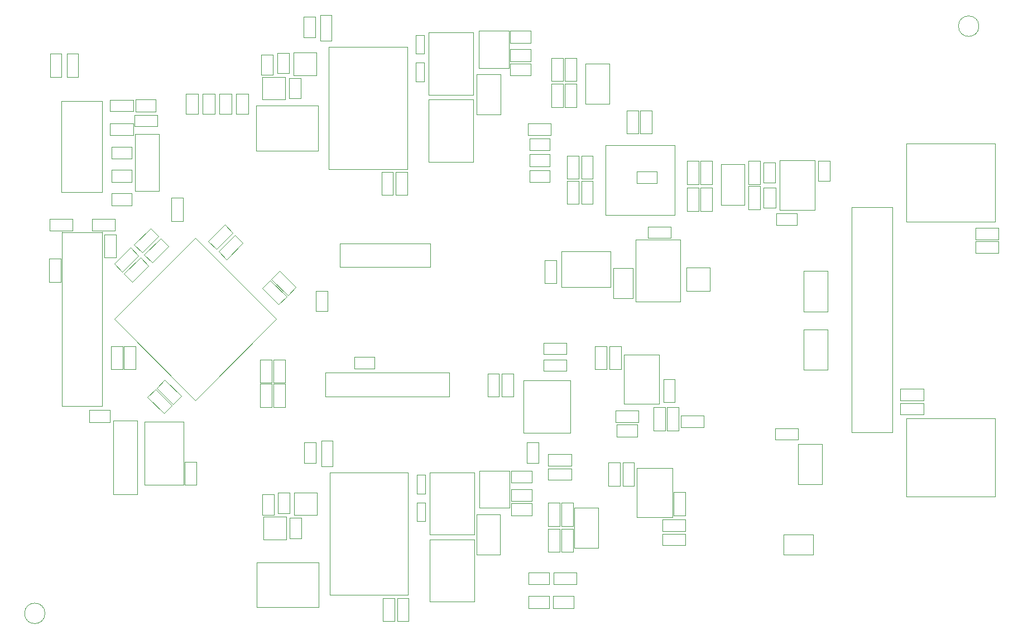
<source format=gbr>
G04 #@! TF.FileFunction,Other,User*
%FSLAX46Y46*%
G04 Gerber Fmt 4.6, Leading zero omitted, Abs format (unit mm)*
G04 Created by KiCad (PCBNEW no-vcs-found-product) date Mon Sep  4 09:08:35 2017*
%MOMM*%
%LPD*%
G01*
G04 APERTURE LIST*
%ADD10C,0.150000*%
%ADD11C,0.050000*%
G04 APERTURE END LIST*
D10*
D11*
X35448000Y-63362000D02*
X35448000Y-89778000D01*
X41544000Y-89778000D02*
X41544000Y-63362000D01*
X35476000Y-63390000D02*
X41526000Y-63390000D01*
X35476000Y-89770000D02*
X41526000Y-89770000D01*
X106000000Y-98360000D02*
X106000000Y-95260000D01*
X106000000Y-98360000D02*
X107800000Y-98360000D01*
X107800000Y-95260000D02*
X106000000Y-95260000D01*
X107800000Y-95260000D02*
X107800000Y-98360000D01*
X128440000Y-50249000D02*
X117940000Y-50249000D01*
X128440000Y-60749000D02*
X117940000Y-60749000D01*
X128440000Y-50249000D02*
X128440000Y-60749000D01*
X117940000Y-50249000D02*
X117940000Y-60749000D01*
X112566800Y-85889800D02*
X105466800Y-85889800D01*
X112566800Y-93789800D02*
X105466800Y-93789800D01*
X112566800Y-85889800D02*
X112566800Y-93789800D01*
X105466800Y-85889800D02*
X105466800Y-93789800D01*
X103606000Y-102351000D02*
X106706000Y-102351000D01*
X103606000Y-102351000D02*
X103606000Y-104151000D01*
X106706000Y-104151000D02*
X106706000Y-102351000D01*
X106706000Y-104151000D02*
X103606000Y-104151000D01*
X109330000Y-120370000D02*
X106230000Y-120370000D01*
X109330000Y-120370000D02*
X109330000Y-118570000D01*
X106230000Y-118570000D02*
X106230000Y-120370000D01*
X106230000Y-118570000D02*
X109330000Y-118570000D01*
X91215000Y-109221000D02*
X91215000Y-99821000D01*
X91215000Y-109221000D02*
X98015000Y-109221000D01*
X98015000Y-99821000D02*
X91215000Y-99821000D01*
X98015000Y-99821000D02*
X98015000Y-109221000D01*
X98015000Y-109981000D02*
X98015000Y-119381000D01*
X98015000Y-109981000D02*
X91215000Y-109981000D01*
X91215000Y-119381000D02*
X98015000Y-119381000D01*
X91215000Y-119381000D02*
X91215000Y-109981000D01*
X87992000Y-118393000D02*
X87992000Y-99793000D01*
X76092000Y-118393000D02*
X76092000Y-99793000D01*
X87992000Y-118393000D02*
X76092000Y-118393000D01*
X87992000Y-99793000D02*
X76092000Y-99793000D01*
X98792000Y-105162000D02*
X103392000Y-105162000D01*
X98792000Y-99562000D02*
X103392000Y-99562000D01*
X98792000Y-105162000D02*
X98792000Y-99562000D01*
X103392000Y-105162000D02*
X103392000Y-99562000D01*
X103606000Y-99557000D02*
X106706000Y-99557000D01*
X103606000Y-99557000D02*
X103606000Y-101357000D01*
X106706000Y-101357000D02*
X106706000Y-99557000D01*
X106706000Y-101357000D02*
X103606000Y-101357000D01*
X106706000Y-106310000D02*
X103606000Y-106310000D01*
X106706000Y-106310000D02*
X106706000Y-104510000D01*
X103606000Y-104510000D02*
X103606000Y-106310000D01*
X103606000Y-104510000D02*
X106706000Y-104510000D01*
X109330000Y-116770000D02*
X106230000Y-116770000D01*
X109330000Y-116770000D02*
X109330000Y-114970000D01*
X106230000Y-114970000D02*
X106230000Y-116770000D01*
X106230000Y-114970000D02*
X109330000Y-114970000D01*
X113060000Y-120370000D02*
X109960000Y-120370000D01*
X113060000Y-120370000D02*
X113060000Y-118570000D01*
X109960000Y-118570000D02*
X109960000Y-120370000D01*
X109960000Y-118570000D02*
X113060000Y-118570000D01*
X70004100Y-109795400D02*
X70004100Y-106695400D01*
X70004100Y-109795400D02*
X71804100Y-109795400D01*
X71804100Y-106695400D02*
X70004100Y-106695400D01*
X71804100Y-106695400D02*
X71804100Y-109795400D01*
X65813100Y-106239400D02*
X65813100Y-103139400D01*
X65813100Y-106239400D02*
X67613100Y-106239400D01*
X67613100Y-103139400D02*
X65813100Y-103139400D01*
X67613100Y-103139400D02*
X67613100Y-106239400D01*
X70026100Y-102885400D02*
X70026100Y-105985400D01*
X70026100Y-102885400D02*
X68226100Y-102885400D01*
X68226100Y-105985400D02*
X70026100Y-105985400D01*
X68226100Y-105985400D02*
X68226100Y-102885400D01*
X74178100Y-102862400D02*
X74178100Y-106262400D01*
X74178100Y-106262400D02*
X70678100Y-106262400D01*
X70678100Y-106262400D02*
X70678100Y-102862400D01*
X70678100Y-102862400D02*
X74178100Y-102862400D01*
X69479100Y-106545400D02*
X69479100Y-109945400D01*
X69479100Y-109945400D02*
X65979100Y-109945400D01*
X65979100Y-109945400D02*
X65979100Y-106545400D01*
X65979100Y-106545400D02*
X69479100Y-106545400D01*
X116800000Y-111270000D02*
X116800000Y-105120000D01*
X116800000Y-105120000D02*
X113200000Y-105120000D01*
X113200000Y-105120000D02*
X113200000Y-111270000D01*
X113200000Y-111270000D02*
X116800000Y-111270000D01*
X101940000Y-112300000D02*
X101940000Y-106150000D01*
X101940000Y-106150000D02*
X98340000Y-106150000D01*
X98340000Y-106150000D02*
X98340000Y-112300000D01*
X98340000Y-112300000D02*
X101940000Y-112300000D01*
X113000000Y-104430000D02*
X113000000Y-107930000D01*
X113000000Y-104430000D02*
X111250000Y-104430000D01*
X111250000Y-107930000D02*
X113000000Y-107930000D01*
X111250000Y-107930000D02*
X111250000Y-104430000D01*
X110970000Y-104420000D02*
X110970000Y-107920000D01*
X110970000Y-104420000D02*
X109220000Y-104420000D01*
X109220000Y-107920000D02*
X110970000Y-107920000D01*
X109220000Y-107920000D02*
X109220000Y-104420000D01*
X109210000Y-111860000D02*
X109210000Y-108360000D01*
X109210000Y-111860000D02*
X110960000Y-111860000D01*
X110960000Y-108360000D02*
X109210000Y-108360000D01*
X110960000Y-108360000D02*
X110960000Y-111860000D01*
X86305500Y-122336500D02*
X86305500Y-118836500D01*
X86305500Y-122336500D02*
X88055500Y-122336500D01*
X88055500Y-118836500D02*
X86305500Y-118836500D01*
X88055500Y-118836500D02*
X88055500Y-122336500D01*
X84146500Y-122336500D02*
X84146500Y-118836500D01*
X84146500Y-122336500D02*
X85896500Y-122336500D01*
X85896500Y-118836500D02*
X84146500Y-118836500D01*
X85896500Y-118836500D02*
X85896500Y-122336500D01*
X111240000Y-111860000D02*
X111240000Y-108360000D01*
X111240000Y-111860000D02*
X112990000Y-111860000D01*
X112990000Y-108360000D02*
X111240000Y-108360000D01*
X112990000Y-108360000D02*
X112990000Y-111860000D01*
X74423000Y-120240000D02*
X65023000Y-120240000D01*
X74423000Y-120240000D02*
X74423000Y-113440000D01*
X65023000Y-113440000D02*
X65023000Y-120240000D01*
X65023000Y-113440000D02*
X74423000Y-113440000D01*
X55696000Y-64266342D02*
X43392342Y-76570000D01*
X67999658Y-76570000D02*
X55696000Y-88873658D01*
X55696000Y-64266342D02*
X67999658Y-76570000D01*
X43392342Y-76570000D02*
X55696000Y-88873658D01*
X74296000Y-51025000D02*
X64896000Y-51025000D01*
X74296000Y-51025000D02*
X74296000Y-44225000D01*
X64896000Y-44225000D02*
X64896000Y-51025000D01*
X64896000Y-44225000D02*
X74296000Y-44225000D01*
X36200000Y-39860000D02*
X36200000Y-36360000D01*
X36200000Y-39860000D02*
X37950000Y-39860000D01*
X37950000Y-36360000D02*
X36200000Y-36360000D01*
X37950000Y-36360000D02*
X37950000Y-39860000D01*
X33650000Y-39860000D02*
X33650000Y-36360000D01*
X33650000Y-39860000D02*
X35400000Y-39860000D01*
X35400000Y-36360000D02*
X33650000Y-36360000D01*
X35400000Y-36360000D02*
X35400000Y-39860000D01*
X42770000Y-43330000D02*
X46270000Y-43330000D01*
X42770000Y-43330000D02*
X42770000Y-45080000D01*
X46270000Y-45080000D02*
X46270000Y-43330000D01*
X46270000Y-45080000D02*
X42770000Y-45080000D01*
X42770000Y-46900000D02*
X46270000Y-46900000D01*
X42770000Y-46900000D02*
X42770000Y-48650000D01*
X46270000Y-48650000D02*
X46270000Y-46900000D01*
X46270000Y-48650000D02*
X42770000Y-48650000D01*
X52080000Y-61690000D02*
X52080000Y-58190000D01*
X52080000Y-61690000D02*
X53830000Y-61690000D01*
X53830000Y-58190000D02*
X52080000Y-58190000D01*
X53830000Y-58190000D02*
X53830000Y-61690000D01*
X55871000Y-98199000D02*
X55871000Y-101699000D01*
X55871000Y-98199000D02*
X54121000Y-98199000D01*
X54121000Y-101699000D02*
X55871000Y-101699000D01*
X54121000Y-101699000D02*
X54121000Y-98199000D01*
X50119691Y-64027817D02*
X47644817Y-66502691D01*
X50119691Y-64027817D02*
X48882254Y-62790380D01*
X46407380Y-65265254D02*
X47644817Y-66502691D01*
X46407380Y-65265254D02*
X48882254Y-62790380D01*
X51643691Y-65551817D02*
X49168817Y-68026691D01*
X51643691Y-65551817D02*
X50406254Y-64314380D01*
X47931380Y-66789254D02*
X49168817Y-68026691D01*
X47931380Y-66789254D02*
X50406254Y-64314380D01*
X44695000Y-80673000D02*
X44695000Y-84173000D01*
X44695000Y-80673000D02*
X42945000Y-80673000D01*
X42945000Y-84173000D02*
X44695000Y-84173000D01*
X42945000Y-84173000D02*
X42945000Y-80673000D01*
X46600000Y-80673000D02*
X46600000Y-84173000D01*
X46600000Y-80673000D02*
X44850000Y-80673000D01*
X44850000Y-84173000D02*
X46600000Y-84173000D01*
X44850000Y-84173000D02*
X44850000Y-80673000D01*
X49676817Y-87167309D02*
X52151691Y-89642183D01*
X49676817Y-87167309D02*
X48439380Y-88404746D01*
X50914254Y-90879620D02*
X52151691Y-89642183D01*
X50914254Y-90879620D02*
X48439380Y-88404746D01*
X51073817Y-85770309D02*
X53548691Y-88245183D01*
X51073817Y-85770309D02*
X49836380Y-87007746D01*
X52311254Y-89482620D02*
X53548691Y-88245183D01*
X52311254Y-89482620D02*
X49836380Y-87007746D01*
X43640000Y-63740000D02*
X43640000Y-67240000D01*
X43640000Y-63740000D02*
X41890000Y-63740000D01*
X41890000Y-67240000D02*
X43640000Y-67240000D01*
X41890000Y-67240000D02*
X41890000Y-63740000D01*
X43510000Y-63160000D02*
X40010000Y-63160000D01*
X43510000Y-63160000D02*
X43510000Y-61410000D01*
X40010000Y-61410000D02*
X40010000Y-63160000D01*
X40010000Y-61410000D02*
X43510000Y-61410000D01*
X65541000Y-89888000D02*
X65541000Y-86388000D01*
X65541000Y-89888000D02*
X67291000Y-89888000D01*
X67291000Y-86388000D02*
X65541000Y-86388000D01*
X67291000Y-86388000D02*
X67291000Y-89888000D01*
X67573000Y-89888000D02*
X67573000Y-86388000D01*
X67573000Y-89888000D02*
X69323000Y-89888000D01*
X69323000Y-86388000D02*
X67573000Y-86388000D01*
X69323000Y-86388000D02*
X69323000Y-89888000D01*
X67075817Y-70657309D02*
X69550691Y-73132183D01*
X67075817Y-70657309D02*
X65838380Y-71894746D01*
X68313254Y-74369620D02*
X69550691Y-73132183D01*
X68313254Y-74369620D02*
X65838380Y-71894746D01*
X68472817Y-69260309D02*
X70947691Y-71735183D01*
X68472817Y-69260309D02*
X67235380Y-70497746D01*
X69710254Y-72972620D02*
X70947691Y-71735183D01*
X69710254Y-72972620D02*
X67235380Y-70497746D01*
X57680309Y-64745183D02*
X60155183Y-62270309D01*
X57680309Y-64745183D02*
X58917746Y-65982620D01*
X61392620Y-63507746D02*
X60155183Y-62270309D01*
X61392620Y-63507746D02*
X58917746Y-65982620D01*
X59210309Y-66285183D02*
X61685183Y-63810309D01*
X59210309Y-66285183D02*
X60447746Y-67522620D01*
X62922620Y-65047746D02*
X61685183Y-63810309D01*
X62922620Y-65047746D02*
X60447746Y-67522620D01*
X35250000Y-67420000D02*
X35250000Y-70920000D01*
X35250000Y-67420000D02*
X33500000Y-67420000D01*
X33500000Y-70920000D02*
X35250000Y-70920000D01*
X33500000Y-70920000D02*
X33500000Y-67420000D01*
X33590000Y-61400000D02*
X37090000Y-61400000D01*
X33590000Y-61400000D02*
X33590000Y-63150000D01*
X37090000Y-63150000D02*
X37090000Y-61400000D01*
X37090000Y-63150000D02*
X33590000Y-63150000D01*
X47089691Y-66954817D02*
X44614817Y-69429691D01*
X47089691Y-66954817D02*
X45852254Y-65717380D01*
X43377380Y-68192254D02*
X44614817Y-69429691D01*
X43377380Y-68192254D02*
X45852254Y-65717380D01*
X48595691Y-68472817D02*
X46120817Y-70947691D01*
X48595691Y-68472817D02*
X47358254Y-67235380D01*
X44883380Y-69710254D02*
X46120817Y-70947691D01*
X44883380Y-69710254D02*
X47358254Y-67235380D01*
X65541000Y-86205000D02*
X65541000Y-82705000D01*
X65541000Y-86205000D02*
X67291000Y-86205000D01*
X67291000Y-82705000D02*
X65541000Y-82705000D01*
X67291000Y-82705000D02*
X67291000Y-86205000D01*
X67573000Y-86205000D02*
X67573000Y-82705000D01*
X67573000Y-86205000D02*
X69323000Y-86205000D01*
X69323000Y-82705000D02*
X67573000Y-82705000D01*
X69323000Y-82705000D02*
X69323000Y-86205000D01*
X129314000Y-91195000D02*
X132814000Y-91195000D01*
X129314000Y-91195000D02*
X129314000Y-92945000D01*
X132814000Y-92945000D02*
X132814000Y-91195000D01*
X132814000Y-92945000D02*
X129314000Y-92945000D01*
X108486000Y-80146000D02*
X111986000Y-80146000D01*
X108486000Y-80146000D02*
X108486000Y-81896000D01*
X111986000Y-81896000D02*
X111986000Y-80146000D01*
X111986000Y-81896000D02*
X108486000Y-81896000D01*
X108486000Y-82686000D02*
X111986000Y-82686000D01*
X108486000Y-82686000D02*
X108486000Y-84436000D01*
X111986000Y-84436000D02*
X111986000Y-82686000D01*
X111986000Y-84436000D02*
X108486000Y-84436000D01*
X122908000Y-92193000D02*
X119408000Y-92193000D01*
X122908000Y-92193000D02*
X122908000Y-90443000D01*
X119408000Y-90443000D02*
X119408000Y-92193000D01*
X119408000Y-90443000D02*
X122908000Y-90443000D01*
X143665000Y-93100000D02*
X147165000Y-93100000D01*
X143665000Y-93100000D02*
X143665000Y-94850000D01*
X147165000Y-94850000D02*
X147165000Y-93100000D01*
X147165000Y-94850000D02*
X143665000Y-94850000D01*
X112740000Y-98770000D02*
X109240000Y-98770000D01*
X112740000Y-98770000D02*
X112740000Y-97020000D01*
X109240000Y-97020000D02*
X109240000Y-98770000D01*
X109240000Y-97020000D02*
X112740000Y-97020000D01*
X126520000Y-106943000D02*
X130020000Y-106943000D01*
X126520000Y-106943000D02*
X126520000Y-108693000D01*
X130020000Y-108693000D02*
X130020000Y-106943000D01*
X130020000Y-108693000D02*
X126520000Y-108693000D01*
X120532000Y-101826000D02*
X120532000Y-98326000D01*
X120532000Y-101826000D02*
X122282000Y-101826000D01*
X122282000Y-98326000D02*
X120532000Y-98326000D01*
X122282000Y-98326000D02*
X122282000Y-101826000D01*
X126520000Y-109102000D02*
X130020000Y-109102000D01*
X126520000Y-109102000D02*
X126520000Y-110852000D01*
X130020000Y-110852000D02*
X130020000Y-109102000D01*
X130020000Y-110852000D02*
X126520000Y-110852000D01*
X118373000Y-101826000D02*
X118373000Y-98326000D01*
X118373000Y-101826000D02*
X120123000Y-101826000D01*
X120123000Y-98326000D02*
X118373000Y-98326000D01*
X120123000Y-98326000D02*
X120123000Y-101826000D01*
X120260000Y-80673000D02*
X120260000Y-84173000D01*
X120260000Y-80673000D02*
X118510000Y-80673000D01*
X118510000Y-84173000D02*
X120260000Y-84173000D01*
X118510000Y-84173000D02*
X118510000Y-80673000D01*
X125231000Y-93444000D02*
X125231000Y-89944000D01*
X125231000Y-93444000D02*
X126981000Y-93444000D01*
X126981000Y-89944000D02*
X125231000Y-89944000D01*
X126981000Y-89944000D02*
X126981000Y-93444000D01*
X118101000Y-80673000D02*
X118101000Y-84173000D01*
X118101000Y-80673000D02*
X116351000Y-80673000D01*
X116351000Y-84173000D02*
X118101000Y-84173000D01*
X116351000Y-84173000D02*
X116351000Y-80673000D01*
X127263000Y-93444000D02*
X127263000Y-89944000D01*
X127263000Y-93444000D02*
X129013000Y-93444000D01*
X129013000Y-89944000D02*
X127263000Y-89944000D01*
X129013000Y-89944000D02*
X129013000Y-93444000D01*
X128270000Y-106320000D02*
X128270000Y-102820000D01*
X128270000Y-106320000D02*
X130020000Y-106320000D01*
X130020000Y-102820000D02*
X128270000Y-102820000D01*
X130020000Y-102820000D02*
X130020000Y-106320000D01*
X128451500Y-85689500D02*
X128451500Y-89189500D01*
X128451500Y-85689500D02*
X126701500Y-85689500D01*
X126701500Y-89189500D02*
X128451500Y-89189500D01*
X126701500Y-89189500D02*
X126701500Y-85689500D01*
X110481000Y-67620000D02*
X110481000Y-71120000D01*
X110481000Y-67620000D02*
X108731000Y-67620000D01*
X108731000Y-71120000D02*
X110481000Y-71120000D01*
X108731000Y-71120000D02*
X108731000Y-67620000D01*
X113529000Y-40922000D02*
X113529000Y-44422000D01*
X113529000Y-40922000D02*
X111779000Y-40922000D01*
X111779000Y-44422000D02*
X113529000Y-44422000D01*
X111779000Y-44422000D02*
X111779000Y-40922000D01*
X86115000Y-57757000D02*
X86115000Y-54257000D01*
X86115000Y-57757000D02*
X87865000Y-57757000D01*
X87865000Y-54257000D02*
X86115000Y-54257000D01*
X87865000Y-54257000D02*
X87865000Y-57757000D01*
X83956000Y-57757000D02*
X83956000Y-54257000D01*
X83956000Y-57757000D02*
X85706000Y-57757000D01*
X85706000Y-54257000D02*
X83956000Y-54257000D01*
X85706000Y-54257000D02*
X85706000Y-57757000D01*
X111497000Y-40922000D02*
X111497000Y-44422000D01*
X111497000Y-40922000D02*
X109747000Y-40922000D01*
X109747000Y-44422000D02*
X111497000Y-44422000D01*
X109747000Y-44422000D02*
X109747000Y-40922000D01*
X122080000Y-68870000D02*
X122080000Y-73370000D01*
X122080000Y-68870000D02*
X119080000Y-68870000D01*
X119080000Y-73370000D02*
X122080000Y-73370000D01*
X119080000Y-73370000D02*
X119080000Y-68870000D01*
X109750000Y-40490000D02*
X109750000Y-36990000D01*
X109750000Y-40490000D02*
X111500000Y-40490000D01*
X111500000Y-36990000D02*
X109750000Y-36990000D01*
X111500000Y-36990000D02*
X111500000Y-40490000D01*
X111770000Y-40490000D02*
X111770000Y-36990000D01*
X111770000Y-40490000D02*
X113520000Y-40490000D01*
X113520000Y-36990000D02*
X111770000Y-36990000D01*
X113520000Y-36990000D02*
X113520000Y-40490000D01*
X141342000Y-52606000D02*
X141342000Y-56106000D01*
X141342000Y-52606000D02*
X139592000Y-52606000D01*
X139592000Y-56106000D02*
X141342000Y-56106000D01*
X139592000Y-56106000D02*
X139592000Y-52606000D01*
X141342000Y-56416000D02*
X141342000Y-59916000D01*
X141342000Y-56416000D02*
X139592000Y-56416000D01*
X139592000Y-59916000D02*
X141342000Y-59916000D01*
X139592000Y-59916000D02*
X139592000Y-56416000D01*
X124959000Y-44922500D02*
X124959000Y-48422500D01*
X124959000Y-44922500D02*
X123209000Y-44922500D01*
X123209000Y-48422500D02*
X124959000Y-48422500D01*
X123209000Y-48422500D02*
X123209000Y-44922500D01*
X122927000Y-44922500D02*
X122927000Y-48422500D01*
X122927000Y-44922500D02*
X121177000Y-44922500D01*
X121177000Y-48422500D02*
X122927000Y-48422500D01*
X121177000Y-48422500D02*
X121177000Y-44922500D01*
X132071000Y-56670000D02*
X132071000Y-60170000D01*
X132071000Y-56670000D02*
X130321000Y-56670000D01*
X130321000Y-60170000D02*
X132071000Y-60170000D01*
X130321000Y-60170000D02*
X130321000Y-56670000D01*
X134103000Y-52606000D02*
X134103000Y-56106000D01*
X134103000Y-52606000D02*
X132353000Y-52606000D01*
X132353000Y-56106000D02*
X134103000Y-56106000D01*
X132353000Y-56106000D02*
X132353000Y-52606000D01*
X134103000Y-56670000D02*
X134103000Y-60170000D01*
X134103000Y-56670000D02*
X132353000Y-56670000D01*
X132353000Y-60170000D02*
X134103000Y-60170000D01*
X132353000Y-60170000D02*
X132353000Y-56670000D01*
X132071000Y-52606000D02*
X132071000Y-56106000D01*
X132071000Y-52606000D02*
X130321000Y-52606000D01*
X130321000Y-56106000D02*
X132071000Y-56106000D01*
X130321000Y-56106000D02*
X130321000Y-52606000D01*
X113846500Y-51780500D02*
X113846500Y-55280500D01*
X113846500Y-51780500D02*
X112096500Y-51780500D01*
X112096500Y-55280500D02*
X113846500Y-55280500D01*
X112096500Y-55280500D02*
X112096500Y-51780500D01*
X116005500Y-51780500D02*
X116005500Y-55280500D01*
X116005500Y-51780500D02*
X114255500Y-51780500D01*
X114255500Y-55280500D02*
X116005500Y-55280500D01*
X114255500Y-55280500D02*
X114255500Y-51780500D01*
X113846500Y-55590500D02*
X113846500Y-59090500D01*
X113846500Y-55590500D02*
X112096500Y-55590500D01*
X112096500Y-59090500D02*
X113846500Y-59090500D01*
X112096500Y-59090500D02*
X112096500Y-55590500D01*
X116005500Y-55590500D02*
X116005500Y-59090500D01*
X116005500Y-55590500D02*
X114255500Y-55590500D01*
X114255500Y-59090500D02*
X116005500Y-59090500D01*
X114255500Y-59090500D02*
X114255500Y-55590500D01*
X122470000Y-73940000D02*
X122470000Y-64540000D01*
X122470000Y-73940000D02*
X129270000Y-73940000D01*
X129270000Y-64540000D02*
X122470000Y-64540000D01*
X129270000Y-64540000D02*
X129270000Y-73940000D01*
X124360000Y-62530000D02*
X127860000Y-62530000D01*
X124360000Y-62530000D02*
X124360000Y-64280000D01*
X127860000Y-64280000D02*
X127860000Y-62530000D01*
X127860000Y-64280000D02*
X124360000Y-64280000D01*
X177556100Y-64519700D02*
X174056100Y-64519700D01*
X177556100Y-64519700D02*
X177556100Y-62769700D01*
X174056100Y-62769700D02*
X174056100Y-64519700D01*
X174056100Y-62769700D02*
X177556100Y-62769700D01*
X177518000Y-66539000D02*
X174018000Y-66539000D01*
X177518000Y-66539000D02*
X177518000Y-64789000D01*
X174018000Y-64789000D02*
X174018000Y-66539000D01*
X174018000Y-64789000D02*
X177518000Y-64789000D01*
X162660000Y-89300000D02*
X166160000Y-89300000D01*
X162660000Y-89300000D02*
X162660000Y-91050000D01*
X166160000Y-91050000D02*
X166160000Y-89300000D01*
X166160000Y-91050000D02*
X162660000Y-91050000D01*
X162660000Y-87130000D02*
X166160000Y-87130000D01*
X162660000Y-87130000D02*
X162660000Y-88880000D01*
X166160000Y-88880000D02*
X166160000Y-87130000D01*
X166160000Y-88880000D02*
X162660000Y-88880000D01*
X41540000Y-57310000D02*
X41540000Y-43560000D01*
X41540000Y-43560000D02*
X35390000Y-43560000D01*
X35390000Y-43560000D02*
X35390000Y-57310000D01*
X35390000Y-57310000D02*
X41540000Y-57310000D01*
X46885000Y-103146000D02*
X46885000Y-91946000D01*
X46885000Y-91946000D02*
X43285000Y-91946000D01*
X43285000Y-91946000D02*
X43285000Y-103146000D01*
X43285000Y-103146000D02*
X46885000Y-103146000D01*
X46560000Y-48490000D02*
X46560000Y-57140000D01*
X46560000Y-57140000D02*
X50160000Y-57140000D01*
X50160000Y-57140000D02*
X50160000Y-48490000D01*
X50160000Y-48490000D02*
X46560000Y-48490000D01*
X148000000Y-78120000D02*
X148000000Y-84270000D01*
X148000000Y-84270000D02*
X151600000Y-84270000D01*
X151600000Y-84270000D02*
X151600000Y-78120000D01*
X151600000Y-78120000D02*
X148000000Y-78120000D01*
X94256000Y-84687000D02*
X75406000Y-84687000D01*
X75406000Y-84687000D02*
X75406000Y-88287000D01*
X75406000Y-88287000D02*
X94256000Y-88287000D01*
X94256000Y-88287000D02*
X94256000Y-84687000D01*
X147171000Y-95482000D02*
X147171000Y-101632000D01*
X147171000Y-101632000D02*
X150771000Y-101632000D01*
X150771000Y-101632000D02*
X150771000Y-95482000D01*
X150771000Y-95482000D02*
X147171000Y-95482000D01*
X98400000Y-39420000D02*
X98400000Y-45570000D01*
X98400000Y-45570000D02*
X102000000Y-45570000D01*
X102000000Y-45570000D02*
X102000000Y-39420000D01*
X102000000Y-39420000D02*
X98400000Y-39420000D01*
X130160000Y-68720000D02*
X130160000Y-72320000D01*
X130160000Y-72320000D02*
X133760000Y-72320000D01*
X133760000Y-72320000D02*
X133760000Y-68720000D01*
X133760000Y-68720000D02*
X130160000Y-68720000D01*
X135423500Y-53127500D02*
X135423500Y-59277500D01*
X135423500Y-59277500D02*
X139023500Y-59277500D01*
X139023500Y-59277500D02*
X139023500Y-53127500D01*
X139023500Y-53127500D02*
X135423500Y-53127500D01*
X114913000Y-37824000D02*
X114913000Y-43974000D01*
X114913000Y-43974000D02*
X118513000Y-43974000D01*
X118513000Y-43974000D02*
X118513000Y-37824000D01*
X118513000Y-37824000D02*
X114913000Y-37824000D01*
X69352100Y-39870400D02*
X69352100Y-43270400D01*
X69352100Y-43270400D02*
X65852100Y-43270400D01*
X65852100Y-43270400D02*
X65852100Y-39870400D01*
X65852100Y-39870400D02*
X69352100Y-39870400D01*
X74051100Y-36187400D02*
X74051100Y-39587400D01*
X74051100Y-39587400D02*
X70551100Y-39587400D01*
X70551100Y-39587400D02*
X70551100Y-36187400D01*
X70551100Y-36187400D02*
X74051100Y-36187400D01*
X69899100Y-36210400D02*
X69899100Y-39310400D01*
X69899100Y-36210400D02*
X68099100Y-36210400D01*
X68099100Y-39310400D02*
X69899100Y-39310400D01*
X68099100Y-39310400D02*
X68099100Y-36210400D01*
X65686100Y-39564400D02*
X65686100Y-36464400D01*
X65686100Y-39564400D02*
X67486100Y-39564400D01*
X67486100Y-36464400D02*
X65686100Y-36464400D01*
X67486100Y-36464400D02*
X67486100Y-39564400D01*
X69877100Y-43120400D02*
X69877100Y-40020400D01*
X69877100Y-43120400D02*
X71677100Y-43120400D01*
X71677100Y-40020400D02*
X69877100Y-40020400D01*
X71677100Y-40020400D02*
X71677100Y-43120400D01*
X49720000Y-45100000D02*
X46620000Y-45100000D01*
X49720000Y-45100000D02*
X49720000Y-43300000D01*
X46620000Y-43300000D02*
X46620000Y-45100000D01*
X46620000Y-43300000D02*
X49720000Y-43300000D01*
X42970000Y-50420000D02*
X46070000Y-50420000D01*
X42970000Y-50420000D02*
X42970000Y-52220000D01*
X46070000Y-52220000D02*
X46070000Y-50420000D01*
X46070000Y-52220000D02*
X42970000Y-52220000D01*
X61907600Y-45492000D02*
X61907600Y-42392000D01*
X61907600Y-45492000D02*
X63707600Y-45492000D01*
X63707600Y-42392000D02*
X61907600Y-42392000D01*
X63707600Y-42392000D02*
X63707600Y-45492000D01*
X59367600Y-45492000D02*
X59367600Y-42392000D01*
X59367600Y-45492000D02*
X61167600Y-45492000D01*
X61167600Y-42392000D02*
X59367600Y-42392000D01*
X61167600Y-42392000D02*
X61167600Y-45492000D01*
X56827600Y-45492000D02*
X56827600Y-42392000D01*
X56827600Y-45492000D02*
X58627600Y-45492000D01*
X58627600Y-42392000D02*
X56827600Y-42392000D01*
X58627600Y-42392000D02*
X58627600Y-45492000D01*
X54287600Y-45492000D02*
X54287600Y-42392000D01*
X54287600Y-45492000D02*
X56087600Y-45492000D01*
X56087600Y-42392000D02*
X54287600Y-42392000D01*
X56087600Y-42392000D02*
X56087600Y-45492000D01*
X42970000Y-53970000D02*
X46070000Y-53970000D01*
X42970000Y-53970000D02*
X42970000Y-55770000D01*
X46070000Y-55770000D02*
X46070000Y-53970000D01*
X46070000Y-55770000D02*
X42970000Y-55770000D01*
X42970000Y-57530000D02*
X46070000Y-57530000D01*
X42970000Y-57530000D02*
X42970000Y-59330000D01*
X46070000Y-59330000D02*
X46070000Y-57530000D01*
X46070000Y-59330000D02*
X42970000Y-59330000D01*
X119608000Y-92572000D02*
X122708000Y-92572000D01*
X119608000Y-92572000D02*
X119608000Y-94372000D01*
X122708000Y-94372000D02*
X122708000Y-92572000D01*
X122708000Y-94372000D02*
X119608000Y-94372000D01*
X106390000Y-53990000D02*
X109490000Y-53990000D01*
X106390000Y-53990000D02*
X106390000Y-55790000D01*
X109490000Y-55790000D02*
X109490000Y-53990000D01*
X109490000Y-55790000D02*
X106390000Y-55790000D01*
X109490000Y-50990000D02*
X106390000Y-50990000D01*
X109490000Y-50990000D02*
X109490000Y-49190000D01*
X106390000Y-49190000D02*
X106390000Y-50990000D01*
X106390000Y-49190000D02*
X109490000Y-49190000D01*
X151966500Y-52552000D02*
X151966500Y-55652000D01*
X151966500Y-52552000D02*
X150166500Y-52552000D01*
X150166500Y-55652000D02*
X151966500Y-55652000D01*
X150166500Y-55652000D02*
X150166500Y-52552000D01*
X103479000Y-37835000D02*
X106579000Y-37835000D01*
X103479000Y-37835000D02*
X103479000Y-39635000D01*
X106579000Y-39635000D02*
X106579000Y-37835000D01*
X106579000Y-39635000D02*
X103479000Y-39635000D01*
X103479000Y-32882000D02*
X106579000Y-32882000D01*
X103479000Y-32882000D02*
X103479000Y-34682000D01*
X106579000Y-34682000D02*
X106579000Y-32882000D01*
X106579000Y-34682000D02*
X103479000Y-34682000D01*
X146965000Y-62304500D02*
X143865000Y-62304500D01*
X146965000Y-62304500D02*
X146965000Y-60504500D01*
X143865000Y-60504500D02*
X143865000Y-62304500D01*
X143865000Y-60504500D02*
X146965000Y-60504500D01*
X141848000Y-55906000D02*
X141848000Y-52806000D01*
X141848000Y-55906000D02*
X143648000Y-55906000D01*
X143648000Y-52806000D02*
X141848000Y-52806000D01*
X143648000Y-52806000D02*
X143648000Y-55906000D01*
X143711500Y-56616000D02*
X143711500Y-59716000D01*
X143711500Y-56616000D02*
X141911500Y-56616000D01*
X141911500Y-59716000D02*
X143711500Y-59716000D01*
X141911500Y-59716000D02*
X141911500Y-56616000D01*
X125730000Y-55950000D02*
X122630000Y-55950000D01*
X125730000Y-55950000D02*
X125730000Y-54150000D01*
X122630000Y-54150000D02*
X122630000Y-55950000D01*
X122630000Y-54150000D02*
X125730000Y-54150000D01*
X47977000Y-101651000D02*
X53877000Y-101651000D01*
X47977000Y-92151000D02*
X53877000Y-92151000D01*
X47977000Y-101651000D02*
X47977000Y-92151000D01*
X53877000Y-101651000D02*
X53877000Y-92151000D01*
X128049000Y-99140000D02*
X122649000Y-99140000D01*
X128049000Y-106600000D02*
X122649000Y-106600000D01*
X128049000Y-99140000D02*
X128049000Y-106600000D01*
X122649000Y-99140000D02*
X122649000Y-106600000D01*
X144302500Y-59991000D02*
X149702500Y-59991000D01*
X144302500Y-52531000D02*
X149702500Y-52531000D01*
X144302500Y-59991000D02*
X144302500Y-52531000D01*
X149702500Y-59991000D02*
X149702500Y-52531000D01*
X111205000Y-66289000D02*
X111205000Y-71689000D01*
X118665000Y-66289000D02*
X118665000Y-71689000D01*
X111205000Y-66289000D02*
X118665000Y-66289000D01*
X111205000Y-71689000D02*
X118665000Y-71689000D01*
X98665000Y-38487000D02*
X103265000Y-38487000D01*
X98665000Y-32887000D02*
X103265000Y-32887000D01*
X98665000Y-38487000D02*
X98665000Y-32887000D01*
X103265000Y-38487000D02*
X103265000Y-32887000D01*
X87865000Y-53877000D02*
X87865000Y-35277000D01*
X75965000Y-53877000D02*
X75965000Y-35277000D01*
X87865000Y-53877000D02*
X75965000Y-53877000D01*
X87865000Y-35277000D02*
X75965000Y-35277000D01*
X177057000Y-49930000D02*
X163557000Y-49930000D01*
X177057000Y-61830000D02*
X163557000Y-61830000D01*
X177057000Y-49930000D02*
X177057000Y-61830000D01*
X163557000Y-49930000D02*
X163557000Y-61830000D01*
X163557000Y-103486000D02*
X177057000Y-103486000D01*
X163557000Y-91586000D02*
X177057000Y-91586000D01*
X163557000Y-103486000D02*
X163557000Y-91586000D01*
X177057000Y-103486000D02*
X177057000Y-91586000D01*
X112740000Y-100960000D02*
X109240000Y-100960000D01*
X112740000Y-100960000D02*
X112740000Y-99210000D01*
X109240000Y-99210000D02*
X109240000Y-100960000D01*
X109240000Y-99210000D02*
X112740000Y-99210000D01*
X144943000Y-109244000D02*
X149443000Y-109244000D01*
X144943000Y-109244000D02*
X144943000Y-112244000D01*
X149443000Y-112244000D02*
X149443000Y-109244000D01*
X149443000Y-112244000D02*
X144943000Y-112244000D01*
X151600000Y-75400000D02*
X151600000Y-69250000D01*
X151600000Y-69250000D02*
X148000000Y-69250000D01*
X148000000Y-69250000D02*
X148000000Y-75400000D01*
X148000000Y-75400000D02*
X151600000Y-75400000D01*
X77580000Y-68690000D02*
X91330000Y-68690000D01*
X91330000Y-68690000D02*
X91330000Y-65090000D01*
X91330000Y-65090000D02*
X77580000Y-65090000D01*
X77580000Y-65090000D02*
X77580000Y-68690000D01*
X120680500Y-89391500D02*
X126080500Y-89391500D01*
X120680500Y-81931500D02*
X126080500Y-81931500D01*
X120680500Y-89391500D02*
X120680500Y-81931500D01*
X126080500Y-89391500D02*
X126080500Y-81931500D01*
X97888000Y-43306000D02*
X97888000Y-52706000D01*
X97888000Y-43306000D02*
X91088000Y-43306000D01*
X91088000Y-52706000D02*
X97888000Y-52706000D01*
X91088000Y-52706000D02*
X91088000Y-43306000D01*
X91088000Y-42546000D02*
X91088000Y-33146000D01*
X91088000Y-42546000D02*
X97888000Y-42546000D01*
X97888000Y-33146000D02*
X91088000Y-33146000D01*
X97888000Y-33146000D02*
X97888000Y-42546000D01*
X109490000Y-53400000D02*
X106390000Y-53400000D01*
X109490000Y-53400000D02*
X109490000Y-51600000D01*
X106390000Y-51600000D02*
X106390000Y-53400000D01*
X106390000Y-51600000D02*
X109490000Y-51600000D01*
X103479000Y-35676000D02*
X106579000Y-35676000D01*
X103479000Y-35676000D02*
X103479000Y-37476000D01*
X106579000Y-37476000D02*
X106579000Y-35676000D01*
X106579000Y-37476000D02*
X103479000Y-37476000D01*
X101781500Y-84800500D02*
X101781500Y-88300500D01*
X101781500Y-84800500D02*
X100031500Y-84800500D01*
X100031500Y-88300500D02*
X101781500Y-88300500D01*
X100031500Y-88300500D02*
X100031500Y-84800500D01*
X103940500Y-84800500D02*
X103940500Y-88300500D01*
X103940500Y-84800500D02*
X102190500Y-84800500D01*
X102190500Y-88300500D02*
X103940500Y-88300500D01*
X102190500Y-88300500D02*
X102190500Y-84800500D01*
X174560000Y-32160000D02*
G75*
G03X174560000Y-32160000I-1550000J0D01*
G01*
X32880000Y-121170000D02*
G75*
G03X32880000Y-121170000I-1550000J0D01*
G01*
X42740000Y-92160000D02*
X39640000Y-92160000D01*
X42740000Y-92160000D02*
X42740000Y-90360000D01*
X39640000Y-90360000D02*
X39640000Y-92160000D01*
X39640000Y-90360000D02*
X42740000Y-90360000D01*
X79810000Y-82280000D02*
X82910000Y-82280000D01*
X79810000Y-82280000D02*
X79810000Y-84080000D01*
X82910000Y-84080000D02*
X82910000Y-82280000D01*
X82910000Y-84080000D02*
X79810000Y-84080000D01*
X75800000Y-72290000D02*
X75800000Y-75390000D01*
X75800000Y-72290000D02*
X74000000Y-72290000D01*
X74000000Y-75390000D02*
X75800000Y-75390000D01*
X74000000Y-75390000D02*
X74000000Y-72290000D01*
X49930000Y-47370000D02*
X46430000Y-47370000D01*
X49930000Y-47370000D02*
X49930000Y-45620000D01*
X46430000Y-45620000D02*
X46430000Y-47370000D01*
X46430000Y-45620000D02*
X49930000Y-45620000D01*
X110010000Y-114990000D02*
X113510000Y-114990000D01*
X110010000Y-114990000D02*
X110010000Y-116740000D01*
X113510000Y-116740000D02*
X113510000Y-114990000D01*
X113510000Y-116740000D02*
X110010000Y-116740000D01*
X109660000Y-48680000D02*
X106160000Y-48680000D01*
X109660000Y-48680000D02*
X109660000Y-46930000D01*
X106160000Y-46930000D02*
X106160000Y-48680000D01*
X106160000Y-46930000D02*
X109660000Y-46930000D01*
X74690000Y-30480000D02*
X76390000Y-30480000D01*
X76390000Y-30480000D02*
X76390000Y-34380000D01*
X76390000Y-34380000D02*
X74690000Y-34380000D01*
X74690000Y-34380000D02*
X74690000Y-30480000D01*
X74810000Y-95000000D02*
X76510000Y-95000000D01*
X76510000Y-95000000D02*
X76510000Y-98900000D01*
X76510000Y-98900000D02*
X74810000Y-98900000D01*
X74810000Y-98900000D02*
X74810000Y-95000000D01*
X74010000Y-95270000D02*
X74010000Y-98370000D01*
X74010000Y-95270000D02*
X72210000Y-95270000D01*
X72210000Y-98370000D02*
X74010000Y-98370000D01*
X72210000Y-98370000D02*
X72210000Y-95270000D01*
X90566000Y-104391000D02*
X90566000Y-107191000D01*
X90566000Y-104391000D02*
X89266000Y-104391000D01*
X89266000Y-107191000D02*
X90566000Y-107191000D01*
X89266000Y-107191000D02*
X89266000Y-104391000D01*
X89266000Y-103000000D02*
X89266000Y-100200000D01*
X89266000Y-103000000D02*
X90566000Y-103000000D01*
X90566000Y-100200000D02*
X89266000Y-100200000D01*
X90566000Y-100200000D02*
X90566000Y-103000000D01*
X90439000Y-37716000D02*
X90439000Y-40516000D01*
X90439000Y-37716000D02*
X89139000Y-37716000D01*
X89139000Y-40516000D02*
X90439000Y-40516000D01*
X89139000Y-40516000D02*
X89139000Y-37716000D01*
X89139000Y-36325000D02*
X89139000Y-33525000D01*
X89139000Y-36325000D02*
X90439000Y-36325000D01*
X90439000Y-33525000D02*
X89139000Y-33525000D01*
X90439000Y-33525000D02*
X90439000Y-36325000D01*
X73890000Y-30750000D02*
X73890000Y-33850000D01*
X73890000Y-30750000D02*
X72090000Y-30750000D01*
X72090000Y-33850000D02*
X73890000Y-33850000D01*
X72090000Y-33850000D02*
X72090000Y-30750000D01*
X161439000Y-93697200D02*
X161439000Y-59647200D01*
X161439000Y-59647200D02*
X155289000Y-59647200D01*
X155289000Y-59647200D02*
X155289000Y-93697200D01*
X155289000Y-93697200D02*
X161439000Y-93697200D01*
M02*

</source>
